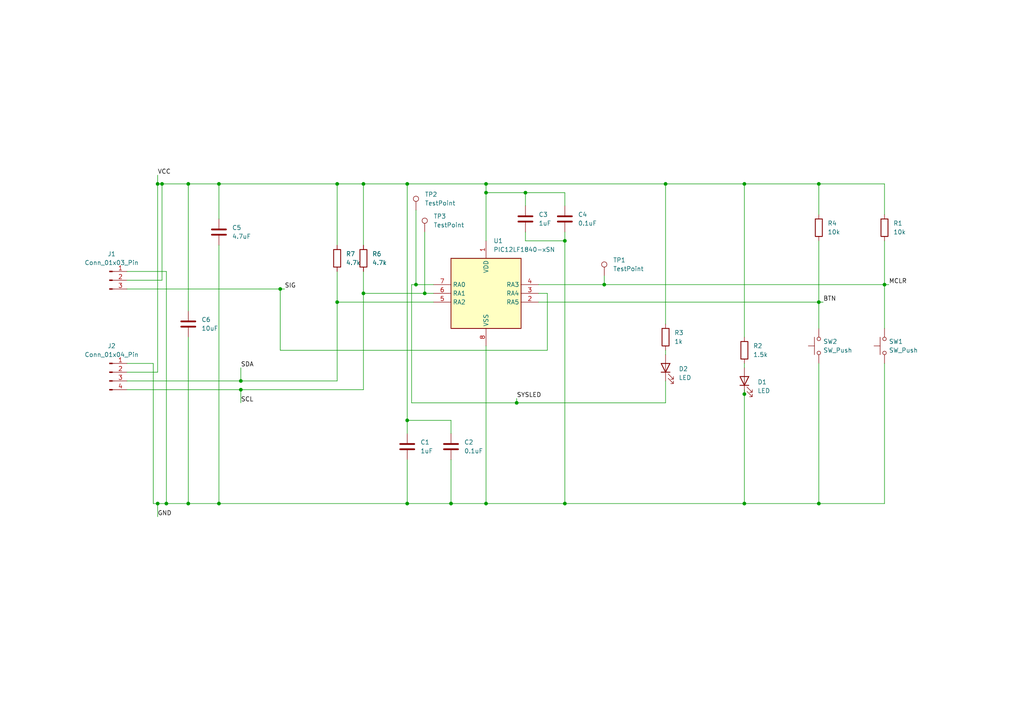
<source format=kicad_sch>
(kicad_sch (version 20250114) (generator "eeschema") (generator_version "9.0")
  (paper "A4")
  (lib_symbols
    (symbol "Connector:Conn_01x03_Pin" (pin_names (offset 1.016) (hide yes))
      (property "Reference" "J" (at 0 5.08 0))
      (property "Value" "Conn_01x03_Pin" (at 0 -5.08 0))
      (symbol "Conn_01x03_Pin_1_1"
        (rectangle (start 0.8636 2.667) (end 0 2.413) (stroke (width 0.1524)) (fill (type outline)))
        (rectangle (start 0.8636 0.127) (end 0 -0.127) (stroke (width 0.1524)) (fill (type outline)))
        (rectangle (start 0.8636 -2.413) (end 0 -2.667) (stroke (width 0.1524)) (fill (type outline)))
        (polyline (pts (xy 1.27 2.54) (xy 0.8636 2.54)) (stroke (width 0.1524)))
        (polyline (pts (xy 1.27 0) (xy 0.8636 0)) (stroke (width 0.1524)))
        (polyline (pts (xy 1.27 -2.54) (xy 0.8636 -2.54)) (stroke (width 0.1524)))
        (pin passive line (at 5.08 2.54 180) (length 3.81) (name "Pin_1") (number "1"))
        (pin passive line (at 5.08 0 180) (length 3.81) (name "Pin_2") (number "2"))
        (pin passive line (at 5.08 -2.54 180) (length 3.81) (name "Pin_3") (number "3"))
      )
    )
    (symbol "Connector:Conn_01x04_Pin" (pin_names (offset 1.016) (hide yes))
      (property "Reference" "J" (at 0 5.08 0))
      (property "Value" "Conn_01x04_Pin" (at 0 -7.62 0))
      (symbol "Conn_01x04_Pin_1_1"
        (rectangle (start 0.8636 2.667) (end 0 2.413) (stroke (width 0.1524)) (fill (type outline)))
        (rectangle (start 0.8636 0.127) (end 0 -0.127) (stroke (width 0.1524)) (fill (type outline)))
        (rectangle (start 0.8636 -2.413) (end 0 -2.667) (stroke (width 0.1524)) (fill (type outline)))
        (rectangle (start 0.8636 -4.953) (end 0 -5.207) (stroke (width 0.1524)) (fill (type outline)))
        (polyline (pts (xy 1.27 2.54) (xy 0.8636 2.54)) (stroke (width 0.1524)))
        (polyline (pts (xy 1.27 0) (xy 0.8636 0)) (stroke (width 0.1524)))
        (polyline (pts (xy 1.27 -2.54) (xy 0.8636 -2.54)) (stroke (width 0.1524)))
        (polyline (pts (xy 1.27 -5.08) (xy 0.8636 -5.08)) (stroke (width 0.1524)))
        (pin passive line (at 5.08 2.54 180) (length 3.81) (name "Pin_1") (number "1"))
        (pin passive line (at 5.08 0 180) (length 3.81) (name "Pin_2") (number "2"))
        (pin passive line (at 5.08 -2.54 180) (length 3.81) (name "Pin_3") (number "3"))
        (pin passive line (at 5.08 -5.08 180) (length 3.81) (name "Pin_4") (number "4"))
      )
    )
    (symbol "Connector:TestPoint" (pin_numbers (hide yes)) (pin_names (offset 0.762) (hide yes))
      (property "Reference" "TP" (at 0 6.858 0))
      (property "Value" "TestPoint" (at 0 5.08 0))
      (symbol "TestPoint_0_1"
        (circle (center 0 3.302) (radius 0.762))
      )
      (symbol "TestPoint_1_1"
        (pin passive line (at 0 0 90) (length 2.54) (name "1") (number "1"))
      )
    )
    (symbol "Device:C" (pin_numbers (hide yes)) (pin_names (offset 0.254))
      (property "Reference" "C" (at 0.635 2.54 0))
      (property "Value" "C" (at 0.635 -2.54 0))
      (symbol "C_0_1"
        (polyline (pts (xy -2.032 0.762) (xy 2.032 0.762)) (stroke (width 0.508)))
        (polyline (pts (xy -2.032 -0.762) (xy 2.032 -0.762)) (stroke (width 0.508)))
      )
      (symbol "C_1_1"
        (pin passive line (at 0 3.81 270) (length 2.794) (name "~") (number "1"))
        (pin passive line (at 0 -3.81 90) (length 2.794) (name "~") (number "2"))
      )
    )
    (symbol "Device:LED" (pin_numbers (hide yes)) (pin_names (offset 1.016) (hide yes))
      (property "Reference" "D" (at 0 2.54 0))
      (property "Value" "LED" (at 0 -2.54 0))
      (symbol "LED_0_1"
        (polyline (pts (xy -3.048 -0.762) (xy -4.572 -2.286) (xy -3.81 -2.286) (xy -4.572 -2.286) (xy -4.572 -1.524)))
        (polyline (pts (xy -1.778 -0.762) (xy -3.302 -2.286) (xy -2.54 -2.286) (xy -3.302 -2.286) (xy -3.302 -1.524)))
        (polyline (pts (xy -1.27 0) (xy 1.27 0)))
        (polyline (pts (xy -1.27 -1.27) (xy -1.27 1.27)) (stroke (width 0.254)))
        (polyline (pts (xy 1.27 -1.27) (xy 1.27 1.27) (xy -1.27 0) (xy 1.27 -1.27)) (stroke (width 0.254)))
      )
      (symbol "LED_1_1"
        (pin passive line (at -3.81 0 0) (length 2.54) (name "K") (number "1"))
        (pin passive line (at 3.81 0 180) (length 2.54) (name "A") (number "2"))
      )
    )
    (symbol "Device:R" (pin_numbers (hide yes)) (pin_names (offset 0))
      (property "Reference" "R" (at 2.032 0 90))
      (property "Value" "R" (at 0 0 90))
      (symbol "R_0_1"
        (rectangle (start -1.016 -2.54) (end 1.016 2.54) (stroke (width 0.254)))
      )
      (symbol "R_1_1"
        (pin passive line (at 0 3.81 270) (length 1.27) (name "~") (number "1"))
        (pin passive line (at 0 -3.81 90) (length 1.27) (name "~") (number "2"))
      )
    )
    (symbol "MCU_Microchip_PIC12:PIC12LF1840-xSN"
      (property "Reference" "U" (at 1.27 13.97 0))
      (property "Value" "PIC12LF1840-xSN" (at 1.27 11.43 0))
      (symbol "PIC12LF1840-xSN_0_1"
        (rectangle (start 10.16 -10.16) (end -10.16 10.16) (stroke (width 0.254)) (fill (type background)))
      )
      (symbol "PIC12LF1840-xSN_1_1"
        (pin bidirectional line (at -15.24 2.54 0) (length 5.08) (name "RA0") (number "7"))
        (pin bidirectional line (at -15.24 0 0) (length 5.08) (name "RA1") (number "6"))
        (pin bidirectional line (at -15.24 -2.54 0) (length 5.08) (name "RA2") (number "5"))
        (pin power_in line (at 0 15.24 270) (length 5.08) (name "VDD") (number "1"))
        (pin power_in line (at 0 -15.24 90) (length 5.08) (name "VSS") (number "8"))
        (pin input line (at 15.24 2.54 180) (length 5.08) (name "RA3") (number "4"))
        (pin bidirectional line (at 15.24 0 180) (length 5.08) (name "RA4") (number "3"))
        (pin bidirectional line (at 15.24 -2.54 180) (length 5.08) (name "RA5") (number "2"))
      )
    )
    (symbol "Switch:SW_Push" (pin_numbers (hide yes)) (pin_names (offset 1.016) (hide yes))
      (property "Reference" "SW" (at 1.27 2.54 0))
      (property "Value" "SW_Push" (at 0 -1.524 0))
      (symbol "SW_Push_0_1"
        (circle (center -2.032 0) (radius 0.508))
        (polyline (pts (xy 0 1.27) (xy 0 3.048)))
        (circle (center 2.032 0) (radius 0.508))
        (polyline (pts (xy 2.54 1.27) (xy -2.54 1.27)))
        (pin passive line (at -5.08 0 0) (length 2.54) (name "1") (number "1"))
        (pin passive line (at 5.08 0 180) (length 2.54) (name "2") (number "2"))
      )
    )
  )
  (junction (at 149.86 116.84))
  (junction (at 123.19 85.09))
  (junction (at 215.9 146.05))
  (junction (at 69.85 110.49))
  (junction (at 140.97 55.88))
  (junction (at 120.65 82.55))
  (junction (at 237.49 87.63))
  (junction (at 54.61 53.34))
  (junction (at 97.79 87.63))
  (junction (at 63.5 53.34))
  (junction (at 215.9 53.34))
  (junction (at 81.28 83.82))
  (junction (at 69.85 113.03))
  (junction (at 105.41 85.09))
  (junction (at 118.11 146.05))
  (junction (at 45.72 146.05))
  (junction (at 45.72 53.34))
  (junction (at 237.49 53.34))
  (junction (at 163.83 146.05))
  (junction (at 175.26 82.55))
  (junction (at 140.97 146.05))
  (junction (at 256.54 82.55))
  (junction (at 97.79 53.34))
  (junction (at 54.61 146.05))
  (junction (at 48.26 146.05))
  (junction (at 118.11 53.34))
  (junction (at 130.81 146.05))
  (junction (at 152.4 55.88))
  (junction (at 46.99 53.34))
  (junction (at 215.9 114.3))
  (junction (at 140.97 53.34))
  (junction (at 163.83 69.85))
  (junction (at 63.5 146.05))
  (junction (at 193.04 53.34))
  (junction (at 237.49 146.05))
  (junction (at 118.11 121.92))
  (junction (at 105.41 53.34))
  (wire (pts (xy 118.11 133.35) (xy 118.11 146.05)))
  (wire (pts (xy 156.21 82.55) (xy 175.26 82.55)))
  (wire (pts (xy 140.97 146.05) (xy 163.83 146.05)))
  (wire (pts (xy 237.49 146.05) (xy 256.54 146.05)))
  (wire (pts (xy 97.79 53.34) (xy 97.79 71.12)))
  (wire (pts (xy 140.97 146.05) (xy 140.97 100.33)))
  (wire (pts (xy 215.9 146.05) (xy 237.49 146.05)))
  (wire (pts (xy 69.85 106.68) (xy 69.85 110.49)))
  (wire (pts (xy 45.72 146.05) (xy 45.72 149.86)))
  (wire (pts (xy 54.61 90.17) (xy 54.61 53.34)))
  (wire (pts (xy 69.85 113.03) (xy 105.41 113.03)))
  (wire (pts (xy 44.45 105.41) (xy 44.45 146.05)))
  (wire (pts (xy 215.9 113.03) (xy 215.9 114.3)))
  (wire (pts (xy 256.54 69.85) (xy 256.54 82.55)))
  (wire (pts (xy 140.97 53.34) (xy 140.97 55.88)))
  (wire (pts (xy 36.83 78.74) (xy 48.26 78.74)))
  (wire (pts (xy 193.04 53.34) (xy 215.9 53.34)))
  (wire (pts (xy 48.26 78.74) (xy 48.26 146.05)))
  (wire (pts (xy 215.9 105.41) (xy 215.9 106.68)))
  (wire (pts (xy 130.81 125.73) (xy 130.81 121.92)))
  (wire (pts (xy 156.21 85.09) (xy 158.75 85.09)))
  (wire (pts (xy 119.38 116.84) (xy 149.86 116.84)))
  (wire (pts (xy 215.9 53.34) (xy 237.49 53.34)))
  (wire (pts (xy 120.65 82.55) (xy 125.73 82.55)))
  (wire (pts (xy 256.54 53.34) (xy 256.54 62.23)))
  (wire (pts (xy 118.11 53.34) (xy 140.97 53.34)))
  (wire (pts (xy 45.72 146.05) (xy 48.26 146.05)))
  (wire (pts (xy 152.4 55.88) (xy 152.4 59.69)))
  (wire (pts (xy 36.83 81.28) (xy 46.99 81.28)))
  (wire (pts (xy 163.83 146.05) (xy 215.9 146.05)))
  (wire (pts (xy 54.61 146.05) (xy 63.5 146.05)))
  (wire (pts (xy 256.54 82.55) (xy 257.81 82.55)))
  (wire (pts (xy 193.04 110.49) (xy 193.04 116.84)))
  (wire (pts (xy 193.04 101.6) (xy 193.04 102.87)))
  (wire (pts (xy 36.83 110.49) (xy 69.85 110.49)))
  (wire (pts (xy 163.83 69.85) (xy 163.83 146.05)))
  (wire (pts (xy 45.72 53.34) (xy 46.99 53.34)))
  (wire (pts (xy 215.9 97.79) (xy 215.9 53.34)))
  (wire (pts (xy 163.83 55.88) (xy 163.83 59.69)))
  (wire (pts (xy 125.73 85.09) (xy 123.19 85.09)))
  (wire (pts (xy 130.81 146.05) (xy 140.97 146.05)))
  (wire (pts (xy 149.86 115.57) (xy 149.86 116.84)))
  (wire (pts (xy 36.83 113.03) (xy 69.85 113.03)))
  (wire (pts (xy 63.5 53.34) (xy 97.79 53.34)))
  (wire (pts (xy 45.72 50.8) (xy 45.72 53.34)))
  (wire (pts (xy 125.73 87.63) (xy 97.79 87.63)))
  (wire (pts (xy 45.72 53.34) (xy 45.72 107.95)))
  (wire (pts (xy 54.61 53.34) (xy 63.5 53.34)))
  (wire (pts (xy 256.54 105.41) (xy 256.54 146.05)))
  (wire (pts (xy 118.11 121.92) (xy 118.11 53.34)))
  (wire (pts (xy 237.49 53.34) (xy 256.54 53.34)))
  (wire (pts (xy 123.19 67.31) (xy 123.19 85.09)))
  (wire (pts (xy 46.99 53.34) (xy 46.99 81.28)))
  (wire (pts (xy 105.41 85.09) (xy 105.41 78.74)))
  (wire (pts (xy 123.19 85.09) (xy 105.41 85.09)))
  (wire (pts (xy 193.04 53.34) (xy 193.04 93.98)))
  (wire (pts (xy 237.49 69.85) (xy 237.49 87.63)))
  (wire (pts (xy 45.72 107.95) (xy 36.83 107.95)))
  (wire (pts (xy 105.41 113.03) (xy 105.41 85.09)))
  (wire (pts (xy 120.65 60.96) (xy 120.65 82.55)))
  (wire (pts (xy 63.5 71.12) (xy 63.5 146.05)))
  (wire (pts (xy 105.41 53.34) (xy 105.41 71.12)))
  (wire (pts (xy 105.41 53.34) (xy 118.11 53.34)))
  (wire (pts (xy 46.99 53.34) (xy 54.61 53.34)))
  (wire (pts (xy 97.79 87.63) (xy 97.79 78.74)))
  (wire (pts (xy 63.5 146.05) (xy 118.11 146.05)))
  (wire (pts (xy 158.75 101.6) (xy 81.28 101.6)))
  (wire (pts (xy 140.97 55.88) (xy 152.4 55.88)))
  (wire (pts (xy 97.79 53.34) (xy 105.41 53.34)))
  (wire (pts (xy 237.49 87.63) (xy 237.49 95.25)))
  (wire (pts (xy 63.5 63.5) (xy 63.5 53.34)))
  (wire (pts (xy 44.45 146.05) (xy 45.72 146.05)))
  (wire (pts (xy 140.97 53.34) (xy 193.04 53.34)))
  (wire (pts (xy 69.85 110.49) (xy 97.79 110.49)))
  (wire (pts (xy 215.9 114.3) (xy 215.9 146.05)))
  (wire (pts (xy 158.75 85.09) (xy 158.75 101.6)))
  (wire (pts (xy 237.49 105.41) (xy 237.49 146.05)))
  (wire (pts (xy 54.61 97.79) (xy 54.61 146.05)))
  (wire (pts (xy 48.26 146.05) (xy 54.61 146.05)))
  (wire (pts (xy 120.65 82.55) (xy 119.38 82.55)))
  (wire (pts (xy 119.38 82.55) (xy 119.38 116.84)))
  (wire (pts (xy 97.79 110.49) (xy 97.79 87.63)))
  (wire (pts (xy 163.83 69.85) (xy 163.83 67.31)))
  (wire (pts (xy 36.83 83.82) (xy 81.28 83.82)))
  (wire (pts (xy 118.11 146.05) (xy 130.81 146.05)))
  (wire (pts (xy 130.81 121.92) (xy 118.11 121.92)))
  (wire (pts (xy 237.49 62.23) (xy 237.49 53.34)))
  (wire (pts (xy 152.4 55.88) (xy 163.83 55.88)))
  (wire (pts (xy 140.97 55.88) (xy 140.97 69.85)))
  (wire (pts (xy 175.26 82.55) (xy 256.54 82.55)))
  (wire (pts (xy 69.85 113.03) (xy 69.85 116.84)))
  (wire (pts (xy 175.26 80.01) (xy 175.26 82.55)))
  (wire (pts (xy 118.11 121.92) (xy 118.11 125.73)))
  (wire (pts (xy 36.83 105.41) (xy 44.45 105.41)))
  (wire (pts (xy 152.4 69.85) (xy 163.83 69.85)))
  (wire (pts (xy 156.21 87.63) (xy 237.49 87.63)))
  (wire (pts (xy 193.04 116.84) (xy 149.86 116.84)))
  (wire (pts (xy 237.49 87.63) (xy 238.76 87.63)))
  (wire (pts (xy 152.4 67.31) (xy 152.4 69.85)))
  (wire (pts (xy 130.81 133.35) (xy 130.81 146.05)))
  (wire (pts (xy 81.28 83.82) (xy 82.55 83.82)))
  (wire (pts (xy 256.54 82.55) (xy 256.54 95.25)))
  (wire (pts (xy 81.28 83.82) (xy 81.28 101.6)))
  (label "VCC" (at 45.72 50.8 0))
  (label "GND" (at 45.72 149.86 0))
  (label "SYSLED" (at 149.86 115.57 0))
  (label "SIG" (at 82.55 83.82 0))
  (label "BTN" (at 238.76 87.63 0))
  (label "SCL" (at 69.85 116.84 0))
  (label "SDA" (at 69.85 106.68 0))
  (label "MCLR" (at 257.81 82.55 0))
  (symbol (lib_id "Device:R") (at 237.49 66.04 0) (unit 1)
    (property "Reference" "R4" (at 240.03 64.7699 0) (effects (justify left)))
    (property "Value" "10k" (at 240.03 67.3099 0) (effects (justify left)))
    (property "Footprint" "Resistor_SMD:R_0805_2012Metric_Pad1.20x1.40mm_HandSolder" (effects (hide yes)))
    (property "Description" "Resistor" (effects (hide yes)))
  )
  (symbol (lib_id "Device:C") (at 152.4 63.5 0) (unit 1)
    (property "Reference" "C3" (at 156.21 62.2299 0) (effects (justify left)))
    (property "Value" "1uF" (at 156.21 64.7699 0) (effects (justify left)))
    (property "Footprint" "Capacitor_SMD:C_0805_2012Metric_Pad1.18x1.45mm_HandSolder" (effects (hide yes)))
    (property "Description" "Unpolarized capacitor" (effects (hide yes)))
  )
  (symbol (lib_id "Device:R") (at 215.9 101.6 0) (unit 1)
    (property "Reference" "R2" (at 218.44 100.3299 0) (effects (justify left)))
    (property "Value" "1.5k" (at 218.44 102.8699 0) (effects (justify left)))
    (property "Footprint" "Resistor_SMD:R_0805_2012Metric_Pad1.20x1.40mm_HandSolder" (effects (hide yes)))
    (property "Description" "Resistor" (effects (hide yes)))
  )
  (symbol (lib_id "Switch:SW_Push") (at 256.54 100.33 90) (unit 1)
    (property "Reference" "SW1" (at 257.81 99.0599 90) (effects (justify right)))
    (property "Value" "SW_Push" (at 257.81 101.5999 90) (effects (justify right)))
    (property "Footprint" "Button_Switch_SMD:SW_SPST_B3U-1000P" (effects (hide yes)))
    (property "Description" "Push button switch, generic, two pins" (effects (hide yes)))
  )
  (symbol (lib_id "Device:R") (at 193.04 97.79 0) (unit 1)
    (property "Reference" "R3" (at 195.58 96.5199 0) (effects (justify left)))
    (property "Value" "1k" (at 195.58 99.0599 0) (effects (justify left)))
    (property "Footprint" "Resistor_SMD:R_0805_2012Metric_Pad1.20x1.40mm_HandSolder" (effects (hide yes)))
    (property "Description" "Resistor" (effects (hide yes)))
  )
  (symbol (lib_id "Connector:TestPoint") (at 120.65 60.96 0) (unit 1)
    (property "Reference" "TP2" (at 123.19 56.3879 0) (effects (justify left)))
    (property "Value" "TestPoint" (at 123.19 58.9279 0) (effects (justify left)))
    (property "Footprint" "TestPoint:TestPoint_Pad_1.0x1.0mm" (effects (hide yes)))
    (property "Description" "test point" (effects (hide yes)))
  )
  (symbol (lib_id "Connector:TestPoint") (at 123.19 67.31 0) (unit 1)
    (property "Reference" "TP3" (at 125.73 62.7379 0) (effects (justify left)))
    (property "Value" "TestPoint" (at 125.73 65.2779 0) (effects (justify left)))
    (property "Footprint" "TestPoint:TestPoint_Pad_1.0x1.0mm" (effects (hide yes)))
    (property "Description" "test point" (effects (hide yes)))
  )
  (symbol (lib_id "MCU_Microchip_PIC12:PIC12LF1840-xSN") (at 140.97 85.09 0) (unit 1)
    (property "Reference" "U1" (at 143.1133 69.85 0) (effects (justify left)))
    (property "Value" "PIC12LF1840-xSN" (at 143.1133 72.39 0) (effects (justify left)))
    (property "Footprint" "Package_SO:SOIC-8_3.9x4.9mm_P1.27mm" (effects (hide yes)))
    (property "Datasheet" "https://ww1.microchip.com/downloads/en/DeviceDoc/41441B.pdf" (effects (hide yes)))
    (property "Description" "PIC12LF1840, 4kW FLASH, 256B SRAM, 256B EEPROM, SOIC-8" (effects (hide yes)))
  )
  (symbol (lib_id "Connector:Conn_01x04_Pin") (at 31.75 107.95 0) (unit 1)
    (property "Reference" "J2" (at 32.385 100.33 0))
    (property "Value" "Conn_01x04_Pin" (at 32.385 102.87 0))
    (property "Footprint" "Connector_PinHeader_2.54mm:PinHeader_1x04_P2.54mm_Vertical" (effects (hide yes)))
    (property "Description" "Generic connector, single row, 01x04, script generated" (effects (hide yes)))
  )
  (symbol (lib_id "Device:R") (at 256.54 66.04 0) (unit 1)
    (property "Reference" "R1" (at 259.08 64.7699 0) (effects (justify left)))
    (property "Value" "10k" (at 259.08 67.3099 0) (effects (justify left)))
    (property "Footprint" "Resistor_SMD:R_0805_2012Metric_Pad1.20x1.40mm_HandSolder" (effects (hide yes)))
    (property "Description" "Resistor" (effects (hide yes)))
  )
  (symbol (lib_id "Device:C") (at 63.5 67.31 0) (unit 1)
    (property "Reference" "C5" (at 67.31 66.0399 0) (effects (justify left)))
    (property "Value" "4.7uF" (at 67.31 68.5799 0) (effects (justify left)))
    (property "Footprint" "Capacitor_SMD:C_0805_2012Metric_Pad1.18x1.45mm_HandSolder" (effects (hide yes)))
    (property "Description" "Unpolarized capacitor" (effects (hide yes)))
  )
  (symbol (lib_id "Connector:TestPoint") (at 175.26 80.01 0) (unit 1)
    (property "Reference" "TP1" (at 177.8 75.4379 0) (effects (justify left)))
    (property "Value" "TestPoint" (at 177.8 77.9779 0) (effects (justify left)))
    (property "Footprint" "TestPoint:TestPoint_Pad_1.0x1.0mm" (effects (hide yes)))
    (property "Description" "test point" (effects (hide yes)))
  )
  (symbol (lib_id "Device:R") (at 97.79 74.93 0) (unit 1)
    (property "Reference" "R7" (at 100.33 73.6599 0) (effects (justify left)))
    (property "Value" "4.7k" (at 100.33 76.1999 0) (effects (justify left)))
    (property "Footprint" "Resistor_SMD:R_0805_2012Metric_Pad1.20x1.40mm_HandSolder" (effects (hide yes)))
    (property "Description" "Resistor" (effects (hide yes)))
  )
  (symbol (lib_id "Device:C") (at 118.11 129.54 0) (unit 1)
    (property "Reference" "C1" (at 121.92 128.2699 0) (effects (justify left)))
    (property "Value" "1uF" (at 121.92 130.8099 0) (effects (justify left)))
    (property "Footprint" "Capacitor_SMD:C_0805_2012Metric_Pad1.18x1.45mm_HandSolder" (effects (hide yes)))
    (property "Description" "Unpolarized capacitor" (effects (hide yes)))
  )
  (symbol (lib_id "Device:LED") (at 215.9 110.49 90) (unit 1)
    (property "Reference" "D1" (at 219.71 110.8074 90) (effects (justify right)))
    (property "Value" "LED" (at 219.71 113.3474 90) (effects (justify right)))
    (property "Footprint" "LED_SMD:LED_0805_2012Metric" (effects (hide yes)))
    (property "Description" "Light emitting diode" (effects (hide yes)))
    (property "Sim.Pins" "1=K 2=A" (effects (hide yes)))
  )
  (symbol (lib_id "Connector:Conn_01x03_Pin") (at 31.75 81.28 0) (unit 1)
    (property "Reference" "J1" (at 32.385 73.66 0))
    (property "Value" "Conn_01x03_Pin" (at 32.385 76.2 0))
    (property "Footprint" "Connector_PinHeader_2.54mm:PinHeader_1x03_P2.54mm_Vertical" (effects (hide yes)))
    (property "Description" "Generic connector, single row, 01x03, script generated" (effects (hide yes)))
  )
  (symbol (lib_id "Switch:SW_Push") (at 237.49 100.33 90) (unit 1)
    (property "Reference" "SW2" (at 238.76 99.0599 90) (effects (justify right)))
    (property "Value" "SW_Push" (at 238.76 101.5999 90) (effects (justify right)))
    (property "Footprint" "Button_Switch_SMD:SW_SPST_B3U-1000P" (effects (hide yes)))
    (property "Description" "Push button switch, generic, two pins" (effects (hide yes)))
  )
  (symbol (lib_id "Device:C") (at 163.83 63.5 0) (unit 1)
    (property "Reference" "C4" (at 167.64 62.2299 0) (effects (justify left)))
    (property "Value" "0.1uF" (at 167.64 64.7699 0) (effects (justify left)))
    (property "Footprint" "Capacitor_SMD:C_0805_2012Metric_Pad1.18x1.45mm_HandSolder" (effects (hide yes)))
    (property "Description" "Unpolarized capacitor" (effects (hide yes)))
  )
  (symbol (lib_id "Device:R") (at 105.41 74.93 0) (unit 1)
    (property "Reference" "R6" (at 107.95 73.6599 0) (effects (justify left)))
    (property "Value" "4.7k" (at 107.95 76.1999 0) (effects (justify left)))
    (property "Footprint" "Resistor_SMD:R_0805_2012Metric_Pad1.20x1.40mm_HandSolder" (effects (hide yes)))
    (property "Description" "Resistor" (effects (hide yes)))
  )
  (symbol (lib_id "Device:LED") (at 193.04 106.68 90) (unit 1)
    (property "Reference" "D2" (at 196.85 106.9974 90) (effects (justify right)))
    (property "Value" "LED" (at 196.85 109.5374 90) (effects (justify right)))
    (property "Footprint" "LED_SMD:LED_0805_2012Metric" (effects (hide yes)))
    (property "Description" "Light emitting diode" (effects (hide yes)))
    (property "Sim.Pins" "1=K 2=A" (effects (hide yes)))
  )
  (symbol (lib_id "Device:C") (at 130.81 129.54 0) (unit 1)
    (property "Reference" "C2" (at 134.62 128.2699 0) (effects (justify left)))
    (property "Value" "0.1uF" (at 134.62 130.8099 0) (effects (justify left)))
    (property "Footprint" "Capacitor_SMD:C_0805_2012Metric_Pad1.18x1.45mm_HandSolder" (effects (hide yes)))
    (property "Description" "Unpolarized capacitor" (effects (hide yes)))
  )
  (symbol (lib_id "Device:C") (at 54.61 93.98 0) (unit 1)
    (property "Reference" "C6" (at 58.42 92.7099 0) (effects (justify left)))
    (property "Value" "10uF" (at 58.42 95.2499 0) (effects (justify left)))
    (property "Footprint" "Capacitor_SMD:C_0805_2012Metric_Pad1.18x1.45mm_HandSolder" (effects (hide yes)))
    (property "Description" "Unpolarized capacitor" (effects (hide yes)))
  )
)
</source>
